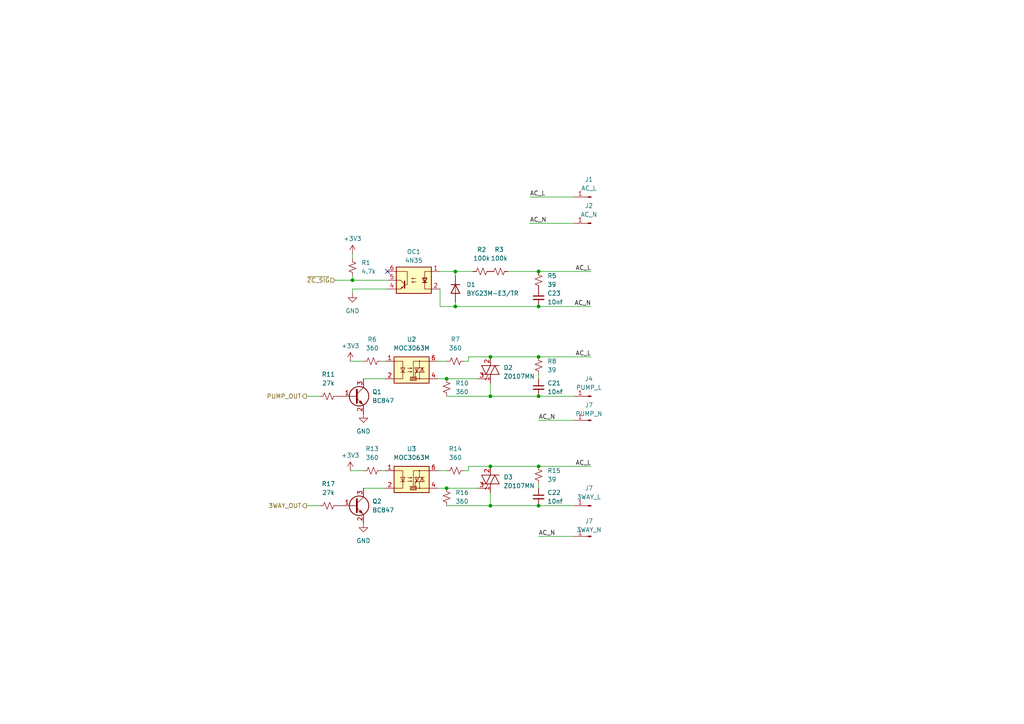
<source format=kicad_sch>
(kicad_sch (version 20231120) (generator "eeschema") (generator_version "8.0")
  (paper "A4")
  (lib_symbols
    (symbol "Connector:Conn_01x01_Pin" (pin_names (offset 1.016) hide)
      (property "Reference" "J" (at 0 2.54 0))
      (property "Value" "Conn_01x01_Pin" (at 0 -2.54 0))
      (symbol "Conn_01x01_Pin_1_1"
        (polyline (pts (xy 1.27 0) (xy 0.8636 0)) (stroke (width 0.1524)))
        (rectangle (start 0.8636 0.127) (end 0 -0.127) (stroke (width 0.1524)) (fill (type outline)))
        (pin passive line (at 5.08 0 180) (length 3.81) (name "Pin_1") (number "1"))
      )
    )
    (symbol "Device:C_Small" (pin_numbers hide) (pin_names (offset 0.254) hide)
      (property "Reference" "C" (at 0.254 1.778 0))
      (property "Value" "C_Small" (at 0.254 -2.032 0))
      (symbol "C_Small_0_1"
        (polyline (pts (xy -1.524 -0.508) (xy 1.524 -0.508)) (stroke (width 0.3302)))
        (polyline (pts (xy -1.524 0.508) (xy 1.524 0.508)) (stroke (width 0.3048)))
      )
      (symbol "C_Small_1_1"
        (pin passive line (at 0 2.54 270) (length 2.032) (name "~") (number "1"))
        (pin passive line (at 0 -2.54 90) (length 2.032) (name "~") (number "2"))
      )
    )
    (symbol "Device:R_Small_US" (pin_numbers hide) (pin_names (offset 0.254) hide)
      (property "Reference" "R" (at 0.762 0.508 0))
      (property "Value" "R_Small_US" (at 0.762 -1.016 0))
      (symbol "R_Small_US_1_1"
        (polyline (pts (xy 0 0) (xy 1.016 -0.381) (xy 0 -0.762) (xy -1.016 -1.143) (xy 0 -1.524)))
        (polyline (pts (xy 0 1.524) (xy 1.016 1.143) (xy 0 0.762) (xy -1.016 0.381) (xy 0 0)))
        (pin passive line (at 0 2.54 270) (length 1.016) (name "~") (number "1"))
        (pin passive line (at 0 -2.54 90) (length 1.016) (name "~") (number "2"))
      )
    )
    (symbol "Diode:1N4007" (pin_numbers hide) (pin_names hide)
      (property "Reference" "D" (at 0 2.54 0))
      (property "Value" "1N4007" (at 0 -2.54 0))
      (symbol "1N4007_0_1"
        (polyline (pts (xy -1.27 1.27) (xy -1.27 -1.27)) (stroke (width 0.254)))
        (polyline (pts (xy 1.27 0) (xy -1.27 0)))
        (polyline (pts (xy 1.27 1.27) (xy 1.27 -1.27) (xy -1.27 0) (xy 1.27 1.27)) (stroke (width 0.254)))
      )
      (symbol "1N4007_1_1"
        (pin passive line (at -3.81 0 0) (length 2.54) (name "K") (number "1"))
        (pin passive line (at 3.81 0 180) (length 2.54) (name "A") (number "2"))
      )
    )
    (symbol "Isolator:4N35" (pin_names (offset 1.016))
      (property "Reference" "U" (at -5.08 5.08 0))
      (property "Value" "4N35" (at 0 5.08 0))
      (symbol "4N35_0_1"
        (rectangle (start -5.08 3.81) (end 5.08 -3.81) (stroke (width 0.254)) (fill (type background)))
        (polyline (pts (xy -3.81 -0.635) (xy -2.54 -0.635)) (stroke (width 0.254)))
        (polyline (pts (xy 2.667 -1.397) (xy 3.81 -2.54)))
        (polyline (pts (xy 2.667 -1.143) (xy 3.81 0)))
        (polyline (pts (xy 3.81 -2.54) (xy 5.08 -2.54)))
        (polyline (pts (xy 3.81 0) (xy 5.08 0)))
        (polyline (pts (xy 2.667 -0.254) (xy 2.667 -2.286) (xy 2.667 -2.286)) (stroke (width 0.3556)))
        (polyline (pts (xy -5.08 -2.54) (xy -3.175 -2.54) (xy -3.175 2.54) (xy -5.08 2.54)))
        (polyline (pts (xy -3.175 -0.635) (xy -3.81 0.635) (xy -2.54 0.635) (xy -3.175 -0.635)) (stroke (width 0.254)))
        (polyline (pts (xy 3.683 -2.413) (xy 3.429 -1.905) (xy 3.175 -2.159) (xy 3.683 -2.413)))
        (polyline (pts (xy 5.08 2.54) (xy 1.905 2.54) (xy 1.905 -1.27) (xy 2.54 -1.27)))
        (polyline (pts (xy -0.635 -0.508) (xy 0.635 -0.508) (xy 0.254 -0.635) (xy 0.254 -0.381) (xy 0.635 -0.508)))
        (polyline (pts (xy -0.635 0.508) (xy 0.635 0.508) (xy 0.254 0.381) (xy 0.254 0.635) (xy 0.635 0.508)))
      )
      (symbol "4N35_1_1"
        (pin passive line (at -7.62 2.54 0) (length 2.54) (name "~") (number "1"))
        (pin passive line (at -7.62 -2.54 0) (length 2.54) (name "~") (number "2"))
        (pin no_connect line (at -5.08 0 0) (length 2.54) hide (name "NC") (number "3"))
        (pin passive line (at 7.62 -2.54 180) (length 2.54) (name "~") (number "4"))
        (pin passive line (at 7.62 0 180) (length 2.54) (name "~") (number "5"))
        (pin passive line (at 7.62 2.54 180) (length 2.54) (name "~") (number "6"))
      )
    )
    (symbol "Relay_SolidState:MOC3063M"
      (property "Reference" "U" (at -5.08 5.08 0))
      (property "Value" "MOC3063M" (at 0 5.08 0))
      (symbol "MOC3063M_0_0"
        (rectangle (start -0.381 -2.032) (end 1.397 -3.048))
        (polyline (pts (xy 2.286 -2.54) (xy 1.397 -2.54)))
        (polyline (pts (xy 1.524 -0.635) (xy 1.016 -1.016) (xy 1.016 -2.032)))
        (text "ZCD" (at 0.508 -2.54 0) (effects (font (size 0.508 0.508))))
      )
      (symbol "MOC3063M_0_1"
        (rectangle (start -5.08 3.81) (end 5.08 -3.81) (stroke (width 0.254)) (fill (type background)))
        (polyline (pts (xy -3.175 -0.635) (xy -1.905 -0.635)))
        (polyline (pts (xy 1.524 -0.635) (xy 1.524 0.635)))
        (polyline (pts (xy 3.048 0.635) (xy 3.048 -0.635)))
        (polyline (pts (xy 2.286 -0.635) (xy 2.286 -2.54) (xy 5.08 -2.54)))
        (polyline (pts (xy 2.286 0.635) (xy 2.286 2.54) (xy 5.08 2.54)))
        (polyline (pts (xy 2.286 2.54) (xy 0.508 2.54) (xy 0.508 -2.032)))
        (polyline (pts (xy -5.08 2.54) (xy -2.54 2.54) (xy -2.54 -2.54) (xy -5.08 -2.54)))
        (polyline (pts (xy -2.54 -0.635) (xy -3.175 0.635) (xy -1.905 0.635) (xy -2.54 -0.635)))
        (polyline (pts (xy 0.889 -0.635) (xy 3.683 -0.635) (xy 3.048 0.635) (xy 2.413 -0.635)))
        (polyline (pts (xy 3.683 0.635) (xy 0.889 0.635) (xy 1.524 -0.635) (xy 2.159 0.635)))
        (polyline (pts (xy -1.143 -0.508) (xy 0.127 -0.508) (xy -0.254 -0.635) (xy -0.254 -0.381) (xy 0.127 -0.508)))
        (polyline (pts (xy -1.143 0.508) (xy 0.127 0.508) (xy -0.254 0.381) (xy -0.254 0.635) (xy 0.127 0.508)))
        (circle (center 2.286 -2.54) (radius 0.127))
        (circle (center 2.286 2.54) (radius 0.127))
      )
      (symbol "MOC3063M_1_1"
        (pin passive line (at -7.62 2.54 0) (length 2.54) (name "~") (number "1"))
        (pin passive line (at -7.62 -2.54 0) (length 2.54) (name "~") (number "2"))
        (pin no_connect line (at -5.08 0 0) (length 2.54) hide (name "NC") (number "3"))
        (pin passive line (at 7.62 -2.54 180) (length 2.54) (name "~") (number "4"))
        (pin no_connect line (at 5.08 0 180) (length 2.54) hide (name "NC") (number "5"))
        (pin passive line (at 7.62 2.54 180) (length 2.54) (name "~") (number "6"))
      )
    )
    (symbol "Transistor_BJT:BC847" (pin_names (offset 0) hide)
      (property "Reference" "Q" (at 5.08 1.905 0))
      (property "Value" "BC847" (at 5.08 0 0))
      (symbol "BC847_0_1"
        (polyline (pts (xy 0.635 0.635) (xy 2.54 2.54)))
        (polyline (pts (xy 0.635 -0.635) (xy 2.54 -2.54) (xy 2.54 -2.54)))
        (polyline (pts (xy 0.635 1.905) (xy 0.635 -1.905) (xy 0.635 -1.905)) (stroke (width 0.508)))
        (polyline (pts (xy 1.27 -1.778) (xy 1.778 -1.27) (xy 2.286 -2.286) (xy 1.27 -1.778) (xy 1.27 -1.778)) (fill (type outline)))
        (circle (center 1.27 0) (radius 2.8194) (stroke (width 0.254)))
      )
      (symbol "BC847_1_1"
        (pin input line (at -5.08 0 0) (length 5.715) (name "B") (number "1"))
        (pin passive line (at 2.54 -5.08 90) (length 2.54) (name "E") (number "2"))
        (pin passive line (at 2.54 5.08 270) (length 2.54) (name "C") (number "3"))
      )
    )
    (symbol "Triac_Thyristor:Z0107MN" (pin_names (offset 0) hide)
      (property "Reference" "D" (at 3.175 0.635 0))
      (property "Value" "Z0107MN" (at 3.175 -1.27 0))
      (symbol "Z0107MN_0_1"
        (polyline (pts (xy -2.54 -1.27) (xy 2.54 -1.27)) (stroke (width 0.2032)))
        (polyline (pts (xy -2.54 1.27) (xy 2.54 1.27)) (stroke (width 0.2032)))
        (polyline (pts (xy -1.27 -2.54) (xy -0.635 -1.27)))
        (polyline (pts (xy -2.54 1.27) (xy -1.27 -1.27) (xy 0 1.27)) (stroke (width 0.2032)))
        (polyline (pts (xy 0 -1.27) (xy 1.27 1.27) (xy 2.54 -1.27)) (stroke (width 0.2032)))
      )
      (symbol "Z0107MN_1_1"
        (pin passive line (at 0 -3.81 90) (length 2.54) (name "A1") (number "1"))
        (pin passive line (at 0 3.81 270) (length 2.54) (name "A2") (number "2"))
        (pin input line (at -3.81 -2.54 0) (length 2.54) (name "G") (number "3"))
        (pin passive line (at 0 3.81 270) (length 2.54) hide (name "A4") (number "4"))
      )
    )
    (symbol "power:+3V3" (power) (pin_names (offset 0))
      (property "Value" "+3V3" (at 0 3.556 0))
      (symbol "+3V3_0_1"
        (polyline (pts (xy -0.762 1.27) (xy 0 2.54)))
        (polyline (pts (xy 0 0) (xy 0 2.54)))
        (polyline (pts (xy 0 2.54) (xy 0.762 1.27)))
      )
      (symbol "+3V3_1_1"
        (pin power_in line (at 0 0 90) (length 0) hide (name "+3V3") (number "1"))
      )
    )
    (symbol "power:GND" (power) (pin_names (offset 0))
      (property "Value" "GND" (at 0 -3.81 0))
      (symbol "GND_0_1"
        (polyline (pts (xy 0 0) (xy 0 -1.27) (xy 1.27 -1.27) (xy 0 -2.54) (xy -1.27 -1.27) (xy 0 -1.27)))
      )
      (symbol "GND_1_1"
        (pin power_in line (at 0 0 270) (length 0) hide (name "GND") (number "1"))
      )
    )
  )
  (junction (at 129.54 141.605))
  (junction (at 156.21 78.74))
  (junction (at 102.235 81.28))
  (junction (at 142.24 103.505))
  (junction (at 142.24 146.685))
  (junction (at 132.08 78.74))
  (junction (at 156.21 146.685))
  (junction (at 129.54 109.855))
  (junction (at 132.08 88.9))
  (junction (at 156.21 135.255))
  (junction (at 156.21 114.935))
  (junction (at 142.24 135.255))
  (junction (at 156.21 103.505))
  (junction (at 156.21 88.9))
  (junction (at 142.24 114.935))
  (no_connect (at 112.395 78.74))
  (wire (pts (xy 105.41 109.855) (xy 111.76 109.855)))
  (wire (pts (xy 142.24 103.505) (xy 156.21 103.505)))
  (wire (pts (xy 156.21 114.935) (xy 166.37 114.935)))
  (wire (pts (xy 142.24 135.255) (xy 156.21 135.255)))
  (wire (pts (xy 156.21 121.92) (xy 166.37 121.92)))
  (wire (pts (xy 127.635 83.82) (xy 127.635 88.9)))
  (wire (pts (xy 135.89 136.525) (xy 135.89 135.255)))
  (wire (pts (xy 142.24 146.685) (xy 156.21 146.685)))
  (wire (pts (xy 127.635 78.74) (xy 132.08 78.74)))
  (wire (pts (xy 132.08 80.01) (xy 132.08 78.74)))
  (wire (pts (xy 110.49 136.525) (xy 111.76 136.525)))
  (wire (pts (xy 127 104.775) (xy 129.54 104.775)))
  (wire (pts (xy 105.41 141.605) (xy 111.76 141.605)))
  (wire (pts (xy 153.67 64.77) (xy 166.37 64.77)))
  (wire (pts (xy 132.08 88.9) (xy 156.21 88.9)))
  (wire (pts (xy 102.235 83.82) (xy 112.395 83.82)))
  (wire (pts (xy 153.67 57.15) (xy 166.37 57.15)))
  (wire (pts (xy 156.21 146.685) (xy 166.37 146.685)))
  (wire (pts (xy 132.08 78.74) (xy 137.16 78.74)))
  (wire (pts (xy 135.89 104.775) (xy 135.89 103.505)))
  (wire (pts (xy 142.24 111.125) (xy 142.24 114.935)))
  (wire (pts (xy 102.235 83.82) (xy 102.235 85.09)))
  (wire (pts (xy 127 141.605) (xy 129.54 141.605)))
  (wire (pts (xy 102.235 73.66) (xy 102.235 74.93)))
  (wire (pts (xy 156.21 135.255) (xy 171.45 135.255)))
  (wire (pts (xy 142.24 142.875) (xy 142.24 146.685)))
  (wire (pts (xy 156.21 78.74) (xy 171.45 78.74)))
  (wire (pts (xy 142.24 114.935) (xy 156.21 114.935)))
  (wire (pts (xy 88.9 146.685) (xy 92.71 146.685)))
  (wire (pts (xy 127.635 88.9) (xy 132.08 88.9)))
  (wire (pts (xy 129.54 114.935) (xy 142.24 114.935)))
  (wire (pts (xy 127 109.855) (xy 129.54 109.855)))
  (wire (pts (xy 102.235 80.01) (xy 102.235 81.28)))
  (wire (pts (xy 156.21 88.9) (xy 171.45 88.9)))
  (wire (pts (xy 97.155 81.28) (xy 102.235 81.28)))
  (wire (pts (xy 110.49 104.775) (xy 111.76 104.775)))
  (wire (pts (xy 101.6 136.525) (xy 105.41 136.525)))
  (wire (pts (xy 147.32 78.74) (xy 156.21 78.74)))
  (wire (pts (xy 134.62 104.775) (xy 135.89 104.775)))
  (wire (pts (xy 156.21 140.335) (xy 156.21 141.605)))
  (wire (pts (xy 129.54 136.525) (xy 127 136.525)))
  (wire (pts (xy 135.89 135.255) (xy 142.24 135.255)))
  (wire (pts (xy 129.54 146.685) (xy 142.24 146.685)))
  (wire (pts (xy 132.08 87.63) (xy 132.08 88.9)))
  (wire (pts (xy 156.21 103.505) (xy 171.45 103.505)))
  (wire (pts (xy 88.9 114.935) (xy 92.71 114.935)))
  (wire (pts (xy 105.41 104.775) (xy 101.6 104.775)))
  (wire (pts (xy 156.21 155.575) (xy 166.37 155.575)))
  (wire (pts (xy 156.21 108.585) (xy 156.21 109.855)))
  (wire (pts (xy 129.54 141.605) (xy 138.43 141.605)))
  (wire (pts (xy 102.235 81.28) (xy 112.395 81.28)))
  (wire (pts (xy 129.54 109.855) (xy 138.43 109.855)))
  (wire (pts (xy 134.62 136.525) (xy 135.89 136.525)))
  (wire (pts (xy 135.89 103.505) (xy 142.24 103.505)))
  (label "AC_N" (at 156.21 121.92 0))
  (label "AC_L" (at 171.45 135.255 180))
  (label "AC_N" (at 153.67 64.77 0))
  (label "AC_L" (at 171.45 103.505 180))
  (label "AC_L" (at 153.67 57.15 0))
  (label "AC_N" (at 171.45 88.9 180))
  (label "AC_L" (at 171.45 78.74 180))
  (label "AC_N" (at 156.21 155.575 0))
  (hierarchical_label "3WAY_OUT" (shape output) (at 88.9 146.685 180))
  (hierarchical_label "PUMP_OUT" (shape output) (at 88.9 114.935 180))
  (hierarchical_label "~{ZC_SIG}" (shape input) (at 97.155 81.28 180))
  (symbol (lib_id "Device:R_Small_US") (at 129.54 112.395 180) (unit 1)
    (property "Reference" "R10" (at 132.08 111.125 0) (effects (justify right)))
    (property "Value" "360" (at 132.08 113.665 0) (effects (justify right)))
    (property "Footprint" "Resistor_SMD:R_2512_6332Metric" (effects (hide yes)))
    (instances (project "Axis_V1" (path "" (reference "R10") (unit 1)) (path "" (reference "R6") (unit 1))) (project "Axis MCU" (path "" (reference "R22") (unit 1))))
  )
  (symbol (lib_id "Device:R_Small_US") (at 156.21 137.795 180) (unit 1)
    (property "Reference" "R15" (at 158.75 136.525 0) (effects (justify right)))
    (property "Value" "39" (at 158.75 139.065 0) (effects (justify right)))
    (property "Footprint" "Resistor_SMD:R_2512_6332Metric" (effects (hide yes)))
    (instances (project "Axis_V1" (path "" (reference "R15") (unit 1)) (path "" (reference "R17") (unit 1))) (project "Axis MCU" (path "" (reference "R26") (unit 1))))
  )
  (symbol (lib_id "Device:R_Small_US") (at 95.25 146.685 270) (unit 1)
    (property "Reference" "R17" (at 95.25 140.335 90))
    (property "Value" "27k" (at 95.25 142.875 90))
    (property "Footprint" "Resistor_SMD:R_0603_1608Metric" (effects (hide yes)))
    (instances (project "Axis_V1" (path "" (reference "R17") (unit 1)) (path "" (reference "R2") (unit 1))) (project "Axis MCU" (path "" (reference "R28") (unit 1))))
  )
  (symbol (lib_id "Device:R_Small_US") (at 132.08 136.525 90) (unit 1)
    (property "Reference" "R14" (at 132.08 130.175 90))
    (property "Value" "360" (at 132.08 132.715 90))
    (property "Footprint" "Resistor_SMD:R_2512_6332Metric" (effects (hide yes)))
    (instances (project "Axis_V1" (path "" (reference "R14") (unit 1)) (path "" (reference "R11") (unit 1))) (project "Axis MCU" (path "" (reference "R25") (unit 1))))
  )
  (symbol (lib_id "Device:R_Small_US") (at 139.7 78.74 90) (unit 1)
    (property "Reference" "R2" (at 139.7 72.39 90))
    (property "Value" "100k" (at 139.7 74.93 90))
    (property "Footprint" "Resistor_SMD:R_2512_6332Metric" (effects (hide yes)))
    (instances (project "Axis_V1" (path "" (reference "R2") (unit 1)) (path "" (reference "R8") (unit 1))) (project "Axis MCU" (path "" (reference "R16") (unit 1))))
  )
  (symbol (lib_id "Relay_SolidState:MOC3063M") (at 119.38 107.315 0) (unit 1)
    (property "Reference" "U2" (at 119.38 98.425 0))
    (property "Value" "MOC3063M" (at 119.38 100.965 0))
    (property "Footprint" "Package_DIP:DIP-6_W7.62mm_LongPads" (effects (hide yes)))
    (property "Datasheet" "https://www.onsemi.com/pub/Collateral/MOC3163M-D.pdf" (effects (hide yes)))
    (instances (project "Axis_V1" (path "" (reference "U2") (unit 1)) (path "" (reference "U2") (unit 1))) (project "Axis MCU" (path "" (reference "U9") (unit 1))))
  )
  (symbol (lib_id "Relay_SolidState:MOC3063M") (at 119.38 139.065 0) (unit 1)
    (property "Reference" "U3" (at 119.38 130.175 0))
    (property "Value" "MOC3063M" (at 119.38 132.715 0))
    (property "Footprint" "Package_DIP:DIP-6_W7.62mm_LongPads" (effects (hide yes)))
    (property "Datasheet" "https://www.onsemi.com/pub/Collateral/MOC3163M-D.pdf" (effects (hide yes)))
    (instances (project "Axis_V1" (path "" (reference "U3") (unit 1)) (path "" (reference "U3") (unit 1))) (project "Axis MCU" (path "" (reference "U10") (unit 1))))
  )
  (symbol (lib_id "Device:R_Small_US") (at 129.54 144.145 180) (unit 1)
    (property "Reference" "R16" (at 132.08 142.875 0) (effects (justify right)))
    (property "Value" "360" (at 132.08 145.415 0) (effects (justify right)))
    (property "Footprint" "Resistor_SMD:R_2512_6332Metric" (effects (hide yes)))
    (instances (project "Axis_V1" (path "" (reference "R16") (unit 1)) (path "" (reference "R7") (unit 1))) (project "Axis MCU" (path "" (reference "R27") (unit 1))))
  )
  (symbol (lib_id "Connector:Conn_01x01_Pin") (at 171.45 155.575 180) (unit 1)
    (property "Reference" "J7" (at 170.815 151.13 0))
    (property "Value" "3WAY_N" (at 170.815 153.67 0))
    (property "Footprint" "Footprints:Quick Disconnect" (effects (hide yes)))
    (instances (project "Axis_V1" (path "" (reference "J7") (unit 1)) (path "" (reference "J2") (unit 1))) (project "Axis MCU" (path "" (reference "J13") (unit 1))))
  )
  (symbol (lib_id "Device:R_Small_US") (at 95.25 114.935 270) (unit 1)
    (property "Reference" "R11" (at 95.25 108.585 90))
    (property "Value" "27k" (at 95.25 111.125 90))
    (property "Footprint" "Resistor_SMD:R_0603_1608Metric" (effects (hide yes)))
    (instances (project "Axis_V1" (path "" (reference "R11") (unit 1)) (path "" (reference "R1") (unit 1))) (project "Axis MCU" (path "" (reference "R23") (unit 1))))
  )
  (symbol (lib_id "power:+3V3") (at 101.6 104.775 0) (unit 1)
    (property "Reference" "#PWR049" (effects (hide yes)))
    (property "Value" "+3V3" (at 101.6 100.33 0))
  )
  (symbol (lib_id "Transistor_BJT:BC847") (at 102.87 146.685 0) (unit 1)
    (property "Reference" "Q2" (at 107.95 145.415 0) (effects (justify left)))
    (property "Value" "BC847" (at 107.95 147.955 0) (effects (justify left)))
    (property "Footprint" "Package_TO_SOT_SMD:SOT-23" (effects (hide yes)))
    (property "Datasheet" "http://www.infineon.com/dgdl/Infineon-BC847SERIES_BC848SERIES_BC849SERIES_BC850SERIES-DS-v01_01-en.pdf?fileId=db3a304314dca389011541d4630a1657" (effects (hide yes)))
  )
  (symbol (lib_id "Triac_Thyristor:Z0107MN") (at 142.24 139.065 0) (unit 1)
    (property "Reference" "D3" (at 146.05 138.3792 0) (effects (justify left)))
    (property "Value" "Z0107MN" (at 146.05 140.9192 0) (effects (justify left)))
    (property "Footprint" "Package_TO_SOT_SMD:SOT-223" (effects (hide yes)))
    (property "Datasheet" "http://www.st.com/resource/en/datasheet/z01.pdf" (effects (hide yes)))
  )
  (symbol (lib_id "Device:C_Small") (at 156.21 144.145 0) (unit 1)
    (property "Reference" "C22" (at 158.75 142.875 0) (effects (justify left)))
    (property "Value" "10nf" (at 158.75 145.415 0) (effects (justify left)))
    (property "Footprint" "Capacitor_SMD:C_1206_3216Metric" (effects (hide yes)))
  )
  (symbol (lib_id "Device:R_Small_US") (at 107.95 104.775 270) (unit 1)
    (property "Reference" "R6" (at 107.95 98.425 90))
    (property "Value" "360" (at 107.95 100.965 90))
    (property "Footprint" "Resistor_SMD:R_0603_1608Metric" (effects (hide yes)))
    (instances (project "Axis_V1" (path "" (reference "R6") (unit 1)) (path "" (reference "R4") (unit 1))) (project "Axis MCU" (path "" (reference "R19") (unit 1))))
  )
  (symbol (lib_id "power:+3V3") (at 102.235 73.66 0) (unit 1)
    (property "Reference" "#PWR047" (effects (hide yes)))
    (property "Value" "+3V3" (at 102.235 69.215 0))
  )
  (symbol (lib_id "Device:R_Small_US") (at 107.95 136.525 90) (unit 1)
    (property "Reference" "R13" (at 107.95 130.175 90))
    (property "Value" "360" (at 107.95 132.715 90))
    (property "Footprint" "Resistor_SMD:R_0603_1608Metric" (effects (hide yes)))
    (instances (project "Axis_V1" (path "" (reference "R13") (unit 1)) (path "" (reference "R5") (unit 1))) (project "Axis MCU" (path "" (reference "R24") (unit 1))))
  )
  (symbol (lib_id "power:GND") (at 102.235 85.09 0) (unit 1)
    (property "Reference" "#PWR06" (effects (hide yes)))
    (property "Value" "GND" (at 102.235 90.17 0))
    (instances (project "Axis_V1" (path "" (reference "#PWR06") (unit 1)) (path "" (reference "#PWR06") (unit 1))) (project "Axis MCU" (path "" (reference "#PWR048") (unit 1))))
  )
  (symbol (lib_id "Connector:Conn_01x01_Pin") (at 171.45 121.92 180) (unit 1)
    (property "Reference" "J7" (at 170.815 117.475 0))
    (property "Value" "PUMP_N" (at 170.815 120.015 0))
    (property "Footprint" "Footprints:Quick Disconnect" (effects (hide yes)))
    (instances (project "Axis_V1" (path "" (reference "J7") (unit 1)) (path "" (reference "J2") (unit 1))) (project "Axis MCU" (path "" (reference "J14") (unit 1))))
  )
  (symbol (lib_id "power:GND") (at 105.41 151.765 0) (unit 1)
    (property "Reference" "#PWR019" (effects (hide yes)))
    (property "Value" "GND" (at 105.41 156.845 0))
    (instances (project "Axis_V1" (path "" (reference "#PWR019") (unit 1)) (path "" (reference "#PWR019") (unit 1))) (project "Axis MCU" (path "" (reference "#PWR052") (unit 1))))
  )
  (symbol (lib_id "Connector:Conn_01x01_Pin") (at 171.45 146.685 180) (unit 1)
    (property "Reference" "J7" (at 170.815 141.605 0))
    (property "Value" "3WAY_L" (at 170.815 144.145 0))
    (property "Footprint" "Footprints:Quick Disconnect" (effects (hide yes)))
    (instances (project "Axis_V1" (path "" (reference "J7") (unit 1)) (path "" (reference "J2") (unit 1))) (project "Axis MCU" (path "" (reference "J11") (unit 1))))
  )
  (symbol (lib_id "Transistor_BJT:BC847") (at 102.87 114.935 0) (unit 1)
    (property "Reference" "Q1" (at 107.95 113.665 0) (effects (justify left)))
    (property "Value" "BC847" (at 107.95 116.205 0) (effects (justify left)))
    (property "Footprint" "Package_TO_SOT_SMD:SOT-23" (effects (hide yes)))
    (property "Datasheet" "http://www.infineon.com/dgdl/Infineon-BC847SERIES_BC848SERIES_BC849SERIES_BC850SERIES-DS-v01_01-en.pdf?fileId=db3a304314dca389011541d4630a1657" (effects (hide yes)))
  )
  (symbol (lib_id "Device:R_Small_US") (at 102.235 77.47 180) (unit 1)
    (property "Reference" "R1" (at 104.775 76.2 0) (effects (justify right)))
    (property "Value" "4.7k" (at 104.775 78.74 0) (effects (justify right)))
    (property "Footprint" "Resistor_SMD:R_0603_1608Metric" (effects (hide yes)))
    (instances (project "Axis_V1" (path "" (reference "R1") (unit 1)) (path "" (reference "R3") (unit 1))) (project "Axis MCU" (path "" (reference "R15") (unit 1))))
  )
  (symbol (lib_id "Isolator:4N35") (at 120.015 81.28 0) (mirror y) (unit 1)
    (property "Reference" "OC1" (at 120.015 73.025 0))
    (property "Value" "4N35" (at 120.015 75.565 0))
    (property "Footprint" "Package_DIP:SMDIP-6_W7.62mm" (effects (hide yes)))
    (property "Datasheet" "https://www.vishay.com/docs/81181/4n35.pdf" (effects (hide yes)))
    (property "Sim.Device" "D" (effects (hide yes)))
    (property "Sim.Pins" "1=A 2=K" (effects (hide yes)))
  )
  (symbol (lib_id "Connector:Conn_01x01_Pin") (at 171.45 57.15 180) (unit 1)
    (property "Reference" "J1" (at 170.815 52.07 0))
    (property "Value" "AC_L" (at 170.815 54.61 0))
    (property "Footprint" "Footprints:Quick Disconnect" (effects (hide yes)))
    (instances (project "Axis_V1" (path "" (reference "J1") (unit 1)) (path "" (reference "J4") (unit 1))) (project "Axis MCU" (path "" (reference "J8") (unit 1))))
  )
  (symbol (lib_id "Connector:Conn_01x01_Pin") (at 171.45 64.77 180) (unit 1)
    (property "Reference" "J2" (at 170.815 59.69 0))
    (property "Value" "AC_N" (at 170.815 62.23 0))
    (property "Footprint" "Footprints:Quick Disconnect" (effects (hide yes)))
    (instances (project "Axis_V1" (path "" (reference "J2") (unit 1)) (path "" (reference "J7") (unit 1))) (project "Axis MCU" (path "" (reference "J9") (unit 1))))
  )
  (symbol (lib_id "Device:R_Small_US") (at 132.08 104.775 90) (unit 1)
    (property "Reference" "R7" (at 132.08 98.425 90))
    (property "Value" "360" (at 132.08 100.965 90))
    (property "Footprint" "Resistor_SMD:R_2512_6332Metric" (effects (hide yes)))
    (instances (project "Axis_V1" (path "" (reference "R7") (unit 1)) (path "" (reference "R10") (unit 1))) (project "Axis MCU" (path "" (reference "R20") (unit 1))))
  )
  (symbol (lib_id "power:GND") (at 105.41 120.015 0) (unit 1)
    (property "Reference" "#PWR014" (effects (hide yes)))
    (property "Value" "GND" (at 105.41 125.095 0))
    (instances (project "Axis_V1" (path "" (reference "#PWR014") (unit 1)) (path "" (reference "#PWR018") (unit 1))) (project "Axis MCU" (path "" (reference "#PWR050") (unit 1))))
  )
  (symbol (lib_id "Diode:1N4007") (at 132.08 83.82 270) (unit 1)
    (property "Reference" "D1" (at 135.255 82.55 90) (effects (justify left)))
    (property "Value" "BYG23M-E3/TR" (at 135.255 85.09 90) (effects (justify left)))
    (property "Footprint" "Diode_SMD:D_SMA" (effects (hide yes)))
    (property "Datasheet" "http://www.vishay.com/docs/88503/1n4001.pdf" (effects (hide yes)))
    (property "Sim.Device" "D" (effects (hide yes)))
    (property "Sim.Pins" "1=K 2=A" (effects (hide yes)))
  )
  (symbol (lib_id "power:+3V3") (at 101.6 136.525 0) (unit 1)
    (property "Reference" "#PWR051" (effects (hide yes)))
    (property "Value" "+3V3" (at 101.6 132.08 0))
  )
  (symbol (lib_id "Device:C_Small") (at 156.21 86.36 0) (unit 1)
    (property "Reference" "C23" (at 158.75 85.09 0) (effects (justify left)))
    (property "Value" "10nf" (at 158.75 87.63 0) (effects (justify left)))
    (property "Footprint" "Capacitor_SMD:C_1206_3216Metric" (effects (hide yes)))
  )
  (symbol (lib_id "Device:R_Small_US") (at 144.78 78.74 90) (unit 1)
    (property "Reference" "R3" (at 144.78 72.39 90))
    (property "Value" "100k" (at 144.78 74.93 90))
    (property "Footprint" "Resistor_SMD:R_2512_6332Metric" (effects (hide yes)))
    (instances (project "Axis_V1" (path "" (reference "R3") (unit 1)) (path "" (reference "R13") (unit 1))) (project "Axis MCU" (path "" (reference "R17") (unit 1))))
  )
  (symbol (lib_id "Device:R_Small_US") (at 156.21 81.28 180) (unit 1)
    (property "Reference" "R5" (at 158.75 80.01 0) (effects (justify right)))
    (property "Value" "39" (at 158.75 82.55 0) (effects (justify right)))
    (property "Footprint" "Resistor_SMD:R_2512_6332Metric" (effects (hide yes)))
    (instances (project "Axis_V1" (path "" (reference "R5") (unit 1)) (path "" (reference "R15") (unit 1))) (project "Axis MCU" (path "" (reference "R18") (unit 1))))
  )
  (symbol (lib_id "Triac_Thyristor:Z0107MN") (at 142.24 107.315 0) (unit 1)
    (property "Reference" "D2" (at 146.05 106.6292 0) (effects (justify left)))
    (property "Value" "Z0107MN" (at 146.05 109.1692 0) (effects (justify left)))
    (property "Footprint" "Package_TO_SOT_SMD:SOT-223" (effects (hide yes)))
    (property "Datasheet" "http://www.st.com/resource/en/datasheet/z01.pdf" (effects (hide yes)))
  )
  (symbol (lib_id "Connector:Conn_01x01_Pin") (at 171.45 114.935 180) (unit 1)
    (property "Reference" "J4" (at 170.815 109.855 0))
    (property "Value" "PUMP_L" (at 170.815 112.395 0))
    (property "Footprint" "Footprints:Quick Disconnect" (effects (hide yes)))
    (instances (project "Axis_V1" (path "" (reference "J4") (unit 1)) (path "" (reference "J1") (unit 1))) (project "Axis MCU" (path "" (reference "J10") (unit 1))))
  )
  (symbol (lib_id "Device:R_Small_US") (at 156.21 106.045 180) (unit 1)
    (property "Reference" "R8" (at 158.75 104.775 0) (effects (justify right)))
    (property "Value" "39" (at 158.75 107.315 0) (effects (justify right)))
    (property "Footprint" "Resistor_SMD:R_2512_6332Metric" (effects (hide yes)))
    (instances (project "Axis_V1" (path "" (reference "R8") (unit 1)) (path "" (reference "R16") (unit 1))) (project "Axis MCU" (path "" (reference "R21") (unit 1))))
  )
  (symbol (lib_id "Device:C_Small") (at 156.21 112.395 0) (unit 1)
    (property "Reference" "C21" (at 158.75 111.125 0) (effects (justify left)))
    (property "Value" "10nf" (at 158.75 113.665 0) (effects (justify left)))
    (property "Footprint" "Capacitor_SMD:C_1206_3216Metric" (effects (hide yes)))
  )
)
</source>
